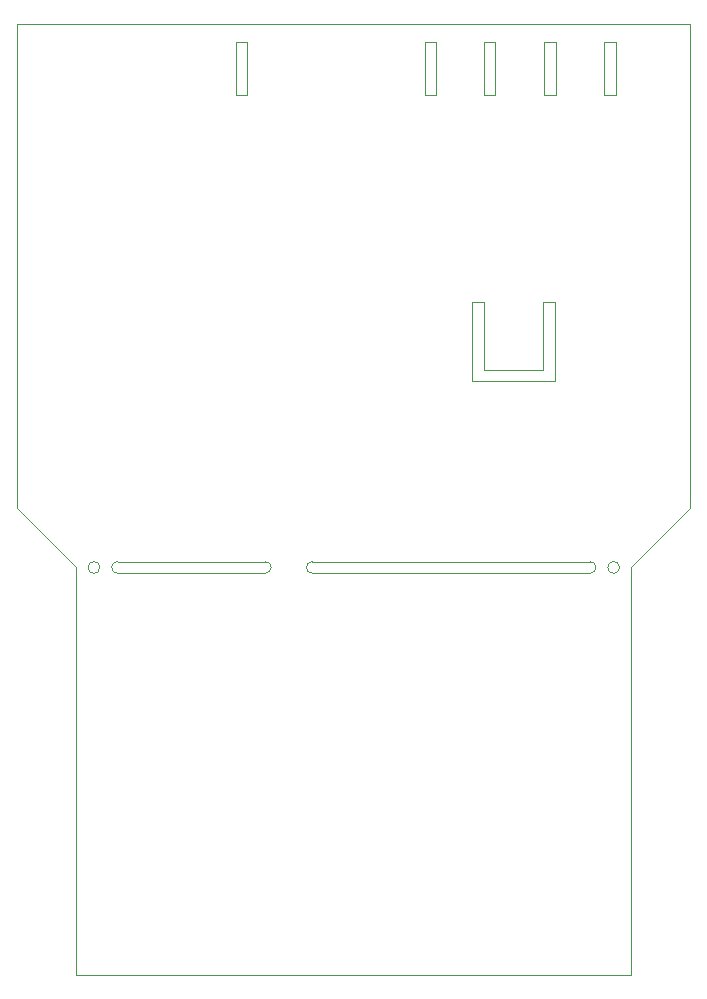
<source format=gbr>
%TF.GenerationSoftware,KiCad,Pcbnew,(5.1.5)-3*%
%TF.CreationDate,2020-12-06T12:17:53+01:00*%
%TF.ProjectId,cece-pcb,63656365-2d70-4636-922e-6b696361645f,rev?*%
%TF.SameCoordinates,Original*%
%TF.FileFunction,Profile,NP*%
%FSLAX46Y46*%
G04 Gerber Fmt 4.6, Leading zero omitted, Abs format (unit mm)*
G04 Created by KiCad (PCBNEW (5.1.5)-3) date 2020-12-06 12:17:53*
%MOMM*%
%LPD*%
G04 APERTURE LIST*
%TA.AperFunction,Profile*%
%ADD10C,0.100000*%
%TD*%
%TA.AperFunction,Profile*%
%ADD11C,0.050000*%
%TD*%
G04 APERTURE END LIST*
D10*
X162700000Y-35500000D02*
X163700000Y-35500000D01*
X162700000Y-40000000D02*
X162700000Y-35500000D01*
X163700000Y-40000000D02*
X162700000Y-40000000D01*
X163700000Y-35500000D02*
X163700000Y-40000000D01*
X157600000Y-35500000D02*
X158600000Y-35500000D01*
X158600000Y-35500000D02*
X158600000Y-40000000D01*
X157600000Y-40000000D02*
X157600000Y-35500000D01*
X158600000Y-40000000D02*
X157600000Y-40000000D01*
X152500000Y-40000000D02*
X152500000Y-35500000D01*
X152500000Y-35500000D02*
X153500000Y-35500000D01*
X153500000Y-40000000D02*
X152500000Y-40000000D01*
X153500000Y-35500000D02*
X153500000Y-40000000D01*
X131500000Y-40000000D02*
X131500000Y-35500000D01*
X131500000Y-35500000D02*
X132500000Y-35500000D01*
X132500000Y-40000000D02*
X131500000Y-40000000D01*
X132500000Y-35500000D02*
X132500000Y-40000000D01*
X148500000Y-35500000D02*
X148500000Y-40000000D01*
X147500000Y-35500000D02*
X148500000Y-35500000D01*
X147500000Y-40000000D02*
X147500000Y-35500000D01*
X148500000Y-40000000D02*
X147500000Y-40000000D01*
X158500000Y-64250000D02*
X151500000Y-64250000D01*
X152500000Y-63250000D02*
X157500000Y-63250000D01*
X152500000Y-57500000D02*
X152500000Y-63250000D01*
X151500000Y-57500000D02*
X152500000Y-57500000D01*
X151500000Y-64250000D02*
X151500000Y-57500000D01*
X158500000Y-57500000D02*
X158500000Y-64250000D01*
X157500000Y-57500000D02*
X158500000Y-57500000D01*
X157500000Y-63250000D02*
X157500000Y-57500000D01*
D11*
X161500000Y-79500000D02*
G75*
G02X161500000Y-80500000I0J-500000D01*
G01*
X138000000Y-80500000D02*
G75*
G02X138000000Y-79500000I0J500000D01*
G01*
X121500000Y-80500000D02*
G75*
G02X121500000Y-79500000I0J500000D01*
G01*
X134000000Y-79500000D02*
G75*
G02X134000000Y-80500000I0J-500000D01*
G01*
X138000000Y-80500000D02*
X161500000Y-80500000D01*
X138000000Y-79500000D02*
X161500000Y-79500000D01*
X134000000Y-80500000D02*
X121500000Y-80500000D01*
X121500000Y-79500000D02*
X134000000Y-79500000D01*
X164000000Y-80000000D02*
G75*
G03X164000000Y-80000000I-500000J0D01*
G01*
X120000000Y-80000000D02*
G75*
G03X120000000Y-80000000I-500000J0D01*
G01*
X165000000Y-80000000D02*
X165000000Y-114500000D01*
X170000000Y-75000000D02*
X165000000Y-80000000D01*
X170000000Y-34000000D02*
X170000000Y-75000000D01*
X118000000Y-80000000D02*
X118000000Y-114500000D01*
X113000000Y-75000000D02*
X118000000Y-80000000D01*
X113000000Y-34000000D02*
X113000000Y-75000000D01*
X165000000Y-114500000D02*
X118000000Y-114500000D01*
X113000000Y-34000000D02*
X170000000Y-34000000D01*
M02*

</source>
